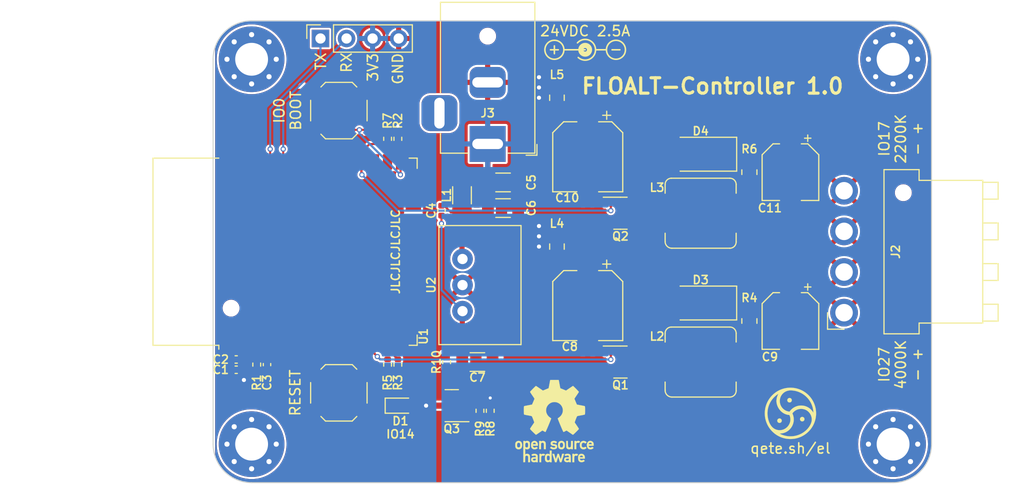
<source format=kicad_pcb>
(kicad_pcb (version 20221018) (generator pcbnew)
  (layers (0 "F.Cu" signal) (31 "B.Cu" signal) (34 "B.Paste" user) (35 "F.Paste" user) (36 "B.SilkS" user "B.Silkscreen") (37 "F.SilkS" user "F.Silkscreen") (38 "B.Mask" user) (39 "F.Mask" user) (44 "Edge.Cuts" user))
  (net 0 "")
  (net 1 "GND")
  (net 2 "+3V3")
  (net 3 "/EN")
  (net 4 "+24V")
  (net 5 "/CW-")
  (net 6 "/WW-")
  (net 7 "Net-(D1-A)")
  (net 8 "/Filter CW/Filter_Neg")
  (net 9 "/Filter WW/Filter_Neg")
  (net 10 "/TX")
  (net 11 "/RX")
  (net 12 "/PWM_CW")
  (net 13 "/PWM_WW")
  (net 14 "/Boot")
  (net 15 "/StatusLED")
  (net 41 "/24V_filt")
  (net 42 "/3v3_sup")
  (net 43 "/24V_sense")
  (net 44 "/CW+")
  (net 45 "/WW+")
  (net 47 "unconnected-(U1-IO25-Pad10)")
  (net 48 "unconnected-(U1-IO26-Pad11)")
  (footprint "Resistor_SMD:R_0402_1005Metric" (layer "F.Cu") (at 133 89 -90)
    (fp_text reference "R2" (at -1.75 0 -270) (layer "F.SilkS") (effects (font (size 0.8 0.8))))
    (fp_text value "10k")
    (pad "1" smd roundrect (at -0.51 0 270) (size 0.54 0.64) (layers "F.Cu" "F.Paste" "F.Mask") (net 2 "+3V3"))
    (pad "2" smd roundrect (at 0.51 0 270) (size 0.54 0.64) (layers "F.Cu" "F.Paste" "F.Mask") (net 14 "/Boot"))
  )
  (footprint "RF_Module:ESP32-WROOM-32" (layer "F.Cu") (at 125 100 90)
    (fp_text reference "U1" (at -8.25 10.5 90) (layer "F.SilkS") (effects (font (size 0.8 0.8))))
    (fp_text value "ESP32-WROOM-32")
    (pad "1" smd rect (at -8.75 -8.25 90) (size 1.5 0.9) (layers "F.Cu" "F.Paste" "F.Mask") (net 1 "GND"))
    (pad "2" smd rect (at -8.75 -6.98 90) (size 1.5 0.9) (layers "F.Cu" "F.Paste" "F.Mask") (net 2 "+3V3"))
    (pad "3" smd rect (at -8.75 -5.71 90) (size 1.5 0.9) (layers "F.Cu" "F.Paste" "F.Mask") (net 3 "/EN"))
    (pad "4" smd rect (at -8.75 -4.44 90) (size 1.5 0.9) (layers "F.Cu" "F.Paste" "F.Mask"))
    (pad "5" smd rect (at -8.75 -3.17 90) (size 1.5 0.9) (layers "F.Cu" "F.Paste" "F.Mask"))
    (pad "6" smd rect (at -8.75 -1.9 90) (size 1.5 0.9) (layers "F.Cu" "F.Paste" "F.Mask"))
    (pad "7" smd rect (at -8.75 -0.63 90) (size 1.5 0.9) (layers "F.Cu" "F.Paste" "F.Mask"))
    (pad "8" smd rect (at -8.75 0.64 90) (size 1.5 0.9) (layers "F.Cu" "F.Paste" "F.Mask"))
    (pad "9" smd rect (at -8.75 1.91 90) (size 1.5 0.9) (layers "F.Cu" "F.Paste" "F.Mask"))
    (pad "10" smd rect (at -8.75 3.18 90) (size 1.5 0.9) (layers "F.Cu" "F.Paste" "F.Mask") (net 47 "unconnected-(U1-IO25-Pad10)"))
    (pad "11" smd rect (at -8.75 4.45 90) (size 1.5 0.9) (layers "F.Cu" "F.Paste" "F.Mask") (net 48 "unconnected-(U1-IO26-Pad11)"))
    (pad "12" smd rect (at -8.75 5.72 90) (size 1.5 0.9) (layers "F.Cu" "F.Paste" "F.Mask") (net 12 "/PWM_CW"))
    (pad "13" smd rect (at -8.75 6.99 90) (size 1.5 0.9) (layers "F.Cu" "F.Paste" "F.Mask") (net 15 "/StatusLED"))
    (pad "14" smd rect (at -8.75 8.26 90) (size 1.5 0.9) (layers "F.Cu" "F.Paste" "F.Mask"))
    (pad "15" smd rect (at -5.71 9.51 180) (size 1.5 0.9) (layers "F.Cu" "F.Paste" "F.Mask") (net 1 "GND"))
    (pad "16" smd rect (at -4.44 9.51 180) (size 1.5 0.9) (layers "F.Cu" "F.Paste" "F.Mask"))
    (pad "17" smd rect (at -3.17 9.51 180) (size 1.5 0.9) (layers "F.Cu" "F.Paste" "F.Mask"))
    (pad "18" smd rect (at -1.9 9.51 180) (size 1.5 0.9) (layers "F.Cu" "F.Paste" "F.Mask"))
    (pad "19" smd rect (at -0.63 9.51 180) (size 1.5 0.9) (layers "F.Cu" "F.Paste" "F.Mask"))
    (pad "20" smd rect (at 0.64 9.51 180) (size 1.5 0.9) (layers "F.Cu" "F.Paste" "F.Mask"))
    (pad "21" smd rect (at 1.91 9.51 180) (size 1.5 0.9) (layers "F.Cu" "F.Paste" "F.Mask"))
    (pad "22" smd rect (at 3.18 9.51 180) (size 1.5 0.9) (layers "F.Cu" "F.Paste" "F.Mask"))
    (pad "23" smd rect (at 4.45 9.51 180) (size 1.5 0.9) (layers "F.Cu" "F.Paste" "F.Mask"))
    (pad "24" smd rect (at 5.72 9.51 180) (size 1.5 0.9) (layers "F.Cu" "F.Paste" "F.Mask"))
    (pad "25" smd rect (at 8.75 8.26 90) (size 1.5 0.9) (layers "F.Cu" "F.Paste" "F.Mask") (net 14 "/Boot"))
    (pad "26" smd rect (at 8.75 6.99 90) (size 1.5 0.9) (layers "F.Cu" "F.Paste" "F.Mask"))
    (pad "27" smd rect (at 8.75 5.72 90) (size 1.5 0.9) (layers "F.Cu" "F.Paste" "F.Mask"))
    (pad "28" smd rect (at 8.75 4.45 90) (size 1.5 0.9) (layers "F.Cu" "F.Paste" "F.Mask") (net 13 "/PWM_WW"))
    (pad "29" smd rect (at 8.75 3.18 90) (size 1.5 0.9) (layers "F.Cu" "F.Paste" "F.Mask"))
    (pad "30" smd rect (at 8.75 1.91 90) (size 1.5 0.9) (layers "F.Cu" "F.Paste" "F.Mask"))
    (pad "31" smd rect (at 8.75 0.64 90) (size 1.5 0.9) (layers "F.Cu" "F.Paste" "F.Mask"))
    (pad "32" smd rect (at 8.75 -0.63 90) (size 1.5 0.9) (layers "F.Cu" "F.Paste" "F.Mask"))
    (pad "33" smd rect (at 8.75 -1.9 90) (size 1.5 0.9) (layers "F.Cu" "F.Paste" "F.Mask"))
    (pad "34" smd rect (at 8.75 -3.17 90) (size 1.5 0.9) (layers "F.Cu" "F.Paste" "F.Mask") (net 11 "/RX"))
    (pad "35" smd rect (at 8.75 -4.44 90) (size 1.5 0.9) (layers "F.Cu" "F.Paste" "F.Mask") (net 10 "/TX"))
    (pad "36" smd rect (at 8.75 -5.71 90) (size 1.5 0.9) (layers "F.Cu" "F.Paste" "F.Mask"))
    (pad "37" smd rect (at 8.75 -6.98 90) (size 1.5 0.9) (layers "F.Cu" "F.Paste" "F.Mask"))
    (pad "38" smd rect (at 8.75 -8.25 90) (size 1.5 0.9) (layers "F.Cu" "F.Paste" "F.Mask") (net 1 "GND"))
    (pad "39" smd rect (at -0.68 -0.91 90) (size 4.2 4.2) (layers "F.Cu" "F.Mask") (net 1 "GND"))
    (zone (net 0) (net_name "") (layers "F.Cu" "In1.Cu" "B.Cu") (connect_pads (clearance 0)) (min_thickness 0.254)
      (keepout (tracks not_allowed) (vias not_allowed) (pads not_allowed) (copperpour not_allowed) (footprints not_allowed))
      (fill (thermal_gap 0.508) (thermal_bridge_width 0.508))
      (polygon (pts (xy 115.2 124) (xy 115.2 76) (xy 94.26 76) (xy 94.26 124)))
    )
  )
  (footprint "Diode_SMD:D_SMA" (layer "F.Cu") (at 162.5 105 180)
    (fp_text reference "D3" (at 0 2.25) (layer "F.SilkS") (effects (font (size 0.8 0.8))))
    (fp_text value "SS54")
    (pad "1" smd roundrect (at -2 0 180) (size 2.5 1.8) (layers "F.Cu" "F.Paste" "F.Mask") (roundrect_rratio 0.1388888889) (net 44 "/CW+"))
    (pad "2" smd roundrect (at 2 0 180) (size 2.5 1.8) (layers "F.Cu" "F.Paste" "F.Mask") (roundrect_rratio 0.1388888889) (net 8 "/Filter CW/Filter_Neg"))
  )
  (footprint "Resistor_SMD:R_0402_1005Metric" (layer "F.Cu") (at 132 89 90)
    (fp_text reference "R7" (at 1.75 0 90) (layer "F.SilkS") (effects (font (size 0.8 0.8))))
    (fp_text value "100k")
    (pad "1" smd roundrect (at -0.51 0 90) (size 0.54 0.64) (layers "F.Cu" "F.Paste" "F.Mask") (net 13 "/PWM_WW"))
    (pad "2" smd roundrect (at 0.51 0 90) (size 0.54 0.64) (layers "F.Cu" "F.Paste" "F.Mask") (net 1 "GND"))
  )
  (footprint "MountingHole:MountingHole_3.2mm_M3_Pad_Via" (layer "F.Cu") (at 181.25 81.25)
    (fp_text reference "REF**" hide)
    (fp_text value "MountingHole_3.2mm_M3_Pad_Via")
    (pad "1" thru_hole circle (at -2.4 0) (size 0.8 0.8) (drill 0.5) (layers "*.Cu" "*.Mask"))
    (pad "1" thru_hole circle (at -1.697056 -1.697056) (size 0.8 0.8) (drill 0.5) (layers "*.Cu" "*.Mask"))
    (pad "1" thru_hole circle (at -1.697056 1.697056) (size 0.8 0.8) (drill 0.5) (layers "*.Cu" "*.Mask"))
    (pad "1" thru_hole circle (at 0 -2.4) (size 0.8 0.8) (drill 0.5) (layers "*.Cu" "*.Mask"))
    (pad "1" thru_hole circle (at 0 0) (size 6.4 6.4) (drill 3.2) (layers "*.Cu" "*.Mask"))
    (pad "1" thru_hole circle (at 0 2.4) (size 0.8 0.8) (drill 0.5) (layers "*.Cu" "*.Mask"))
    (pad "1" thru_hole circle (at 1.697056 -1.697056) (size 0.8 0.8) (drill 0.5) (layers "*.Cu" "*.Mask"))
    (pad "1" thru_hole circle (at 1.697056 1.697056) (size 0.8 0.8) (drill 0.5) (layers "*.Cu" "*.Mask"))
    (pad "1" thru_hole circle (at 2.4 0) (size 0.8 0.8) (drill 0.5) (layers "*.Cu" "*.Mask"))
  )
  (footprint "Capacitor_SMD:C_0402_1005Metric" (layer "F.Cu") (at 117.25 110.5)
    (fp_text reference "C2" (at -1.5 0) (layer "F.SilkS") (effects (font (size 0.8 0.8))))
    (fp_text value "100n")
    (pad "1" smd roundrect (at -0.48 0) (size 0.56 0.62) (layers "F.Cu" "F.Paste" "F.Mask") (net 1 "GND"))
    (pad "2" smd roundrect (at 0.48 0) (size 0.56 0.62) (layers "F.Cu" "F.Paste" "F.Mask") (net 2 "+3V3"))
  )
  (footprint "Capacitor_SMD:C_0402_1005Metric" (layer "F.Cu") (at 137.25 96 -90)
    (fp_text reference "C4" (at 0 1 -90) (layer "F.SilkS") (effects (font (size 0.8 0.8))))
    (fp_text value "1nF")
    (pad "1" smd roundrect (at -0.48 0 270) (size 0.56 0.62) (layers "F.Cu" "F.Paste" "F.Mask") (net 41 "/24V_filt"))
    (pad "2" smd roundrect (at 0.48 0 270) (size 0.56 0.62) (layers "F.Cu" "F.Paste" "F.Mask") (net 42 "/3v3_sup"))
  )
  (footprint "Connector_BarrelJack:BarrelJack_Horizontal" (layer "F.Cu") (at 141.75 89.5 -90)
    (fp_text reference "J3" (at -3 0 -180) (layer "F.SilkS") (effects (font (size 0.8 0.8))))
    (fp_text value "Barrel_Jack")
    (pad "1" thru_hole rect (at 0 0 270) (size 3.5 3.5) (drill oval 1 3) (layers "*.Cu" "*.Mask") (net 4 "+24V"))
    (pad "2" thru_hole roundrect (at -6 0 270) (size 3 3.5) (drill oval 1 3) (layers "*.Cu" "*.Mask") (net 1 "GND"))
    (pad "3" thru_hole roundrect (at -3 4.7 270) (size 3.5 3.5) (drill oval 3 1) (layers "*.Cu" "*.Mask"))
  )
  (footprint "Capacitor_SMD:C_1206_3216Metric" (layer "F.Cu") (at 143.25 93.25)
    (fp_text reference "C5" (at 2.75 0 90) (layer "F.SilkS") (effects (font (size 0.8 0.8))))
    (fp_text value "10u")
    (pad "1" smd roundrect (at -1.475 0) (size 1.15 1.8) (layers "F.Cu" "F.Paste" "F.Mask") (roundrect_rratio 0.2173913043) (net 4 "+24V"))
    (pad "2" smd roundrect (at 1.475 0) (size 1.15 1.8) (layers "F.Cu" "F.Paste" "F.Mask") (roundrect_rratio 0.2173913043) (net 1 "GND"))
  )
  (footprint "My_Footprints:JLCPCB_Tooling_Hole" (layer "F.Cu") (at 141.75 79)
    (fp_text reference "REF**" hide)
    (fp_text value "JLCPCB_Tooling_Hole")
    (pad "" np_thru_hole circle (at 0 0) (size 1.152 1.152) (drill 1.152) (layers "F&B.Cu" "*.Mask") (clearance 0.248))
  )
  (footprint "Diode_SMD:D_SMA" (layer "F.Cu") (at 162.5 90.5 180)
    (fp_text reference "D4" (at 0 2.25) (layer "F.SilkS") (effects (font (size 0.8 0.8))))
    (fp_text value "SS54")
    (pad "1" smd roundrect (at -2 0 180) (size 2.5 1.8) (layers "F.Cu" "F.Paste" "F.Mask") (roundrect_rratio 0.1388888889) (net 45 "/WW+"))
    (pad "2" smd roundrect (at 2 0 180) (size 2.5 1.8) (layers "F.Cu" "F.Paste" "F.Mask") (roundrect_rratio 0.1388888889) (net 9 "/Filter WW/Filter_Neg"))
  )
  (footprint "My_Footprints:LME78_1.0-Series" (layer "F.Cu") (at 139.3 103.25 -90)
    (fp_text reference "U2" (at 0 3.05 90 unlocked) (layer "F.SilkS") (effects (font (size 0.8 0.8))))
    (fp_text value "R-78K3.3-0.5")
    (pad "1" thru_hole circle (at -2.54 0 270) (size 2 2) (drill 1) (layers "*.Cu" "*.Mask") (net 41 "/24V_filt"))
    (pad "2" thru_hole circle (at 0 0 270) (size 2 2) (drill 1) (layers "*.Cu" "*.Mask") (net 1 "GND"))
    (pad "3" thru_hole circle (at 2.54 0 270) (size 2 2) (drill 1) (layers "*.Cu" "*.Mask") (net 42 "/3v3_sup"))
  )
  (footprint "Package_TO_SOT_SMD:SOT-23" (layer "F.Cu") (at 154.6875 110.75)
    (fp_text reference "Q1" (at 0 2.25) (layer "F.SilkS") (effects (font (size 0.8 0.8))))
    (fp_text value "AO3400A")
    (pad "1" smd roundrect (at -0.9375 -0.95) (size 1.475 0.6) (layers "F.Cu" "F.Paste" "F.Mask") (net 12 "/PWM_CW"))
    (pad "2" smd roundrect (at -0.9375 0.95) (size 1.475 0.6) (layers "F.Cu" "F.Paste" "F.Mask") (net 1 "GND"))
    (pad "3" smd roundrect (at 0.9375 0) (size 1.475 0.6) (layers "F.Cu" "F.Paste" "F.Mask") (net 8 "/Filter CW/Filter_Neg"))
  )
  (footprint "Symbol:OSHW-Logo_7.5x8mm_SilkScreen" (layer "F.Cu") (at 148.25 116.5)
    (fp_text reference "REF**" hide)
    (fp_text value "OSHW-Logo_7.5x8mm_SilkScreen" hide)
  )
  (footprint "MountingHole:MountingHole_3.2mm_M3_Pad_Via" (layer "F.Cu") (at 118.75 118.75)
    (fp_text reference "REF**" hide)
    (fp_text value "MountingHole_3.2mm_M3_Pad_Via")
    (pad "1" thru_hole circle (at -2.4 0) (size 0.8 0.8) (drill 0.5) (layers "*.Cu" "*.Mask"))
    (pad "1" thru_hole circle (at -1.697056 -1.697056) (size 0.8 0.8) (drill 0.5) (layers "*.Cu" "*.Mask"))
    (pad "1" thru_hole circle (at -1.697056 1.697056) (size 0.8 0.8) (drill 0.5) (layers "*.Cu" "*.Mask"))
    (pad "1" thru_hole circle (at 0 -2.4) (size 0.8 0.8) (drill 0.5) (layers "*.Cu" "*.Mask"))
    (pad "1" thru_hole circle (at 0 0) (size 6.4 6.4) (drill 3.2) (layers "*.Cu" "*.Mask"))
    (pad "1" thru_hole circle (at 0 2.4) (size 0.8 0.8) (drill 0.5) (layers "*.Cu" "*.Mask"))
    (pad "1" thru_hole circle (at 1.697056 -1.697056) (size 0.8 0.8) (drill 0.5) (layers "*.Cu" "*.Mask"))
    (pad "1" thru_hole circle (at 1.697056 1.697056) (size 0.8 0.8) (drill 0.5) (layers "*.Cu" "*.Mask"))
    (pad "1" thru_hole circle (at 2.4 0) (size 0.8 0.8) (drill 0.5) (layers "*.Cu" "*.Mask"))
  )
  (footprint "Capacitor_SMD:C_1206_3216Metric" (layer "F.Cu") (at 143.25 95.75)
    (fp_text reference "C6" (at 2.75 0 90) (layer "F.SilkS") (effects (font (size 0.8 0.8))))
    (fp_text value "10u")
    (pad "1" smd roundrect (at -1.475 0) (size 1.15 1.8) (layers "F.Cu" "F.Paste" "F.Mask") (roundrect_rratio 0.2173913043) (net 41 "/24V_filt"))
    (pad "2" smd roundrect (at 1.475 0) (size 1.15 1.8) (layers "F.Cu" "F.Paste" "F.Mask") (roundrect_rratio 0.2173913043) (net 1 "GND"))
  )
  (footprint "Button_Switch_SMD:SW_Push_1P1T_XKB_TS-1187A" (layer "F.Cu") (at 127.25 86.25 180)
    (fp_text reference "SW2" hide)
    (fp_text value "Boot")
    (pad "1" smd rect (at -3 -1.875 180) (size 1 0.75) (layers "F.Cu" "F.Paste" "F.Mask") (net 14 "/Boot"))
    (pad "1" smd rect (at 3 -1.875 180) (size 1 0.75) (layers "F.Cu" "F.Paste" "F.Mask") (net 14 "/Boot"))
    (pad "2" smd rect (at -3 1.875 180) (size 1 0.75) (layers "F.Cu" "F.Paste" "F.Mask") (net 1 "GND"))
    (pad "2" smd rect (at 3 1.875 180) (size 1 0.75) (layers "F.Cu" "F.Paste" "F.Mask") (net 1 "GND"))
  )
  (footprint "MountingHole:MountingHole_3.2mm_M3_Pad_Via" (layer "F.Cu") (at 118.75 81.25)
    (fp_text reference "REF**" hide)
    (fp_text value "MountingHole_3.2mm_M3_Pad_Via")
    (pad "1" thru_hole circle (at -2.4 0) (size 0.8 0.8) (drill 0.5) (layers "*.Cu" "*.Mask"))
    (pad "1" thru_hole circle (at -1.697056 -1.697056) (size 0.8 0.8) (drill 0.5) (layers "*.Cu" "*.Mask"))
    (pad "1" thru_hole circle (at -1.697056 1.697056) (size 0.8 0.8) (drill 0.5) (layers "*.Cu" "*.Mask"))
    (pad "1" thru_hole circle (at 0 -2.4) (size 0.8 0.8) (drill 0.5) (layers "*.Cu" "*.Mask"))
    (pad "1" thru_hole circle (at 0 0) (size 6.4 6.4) (drill 3.2) (layers "*.Cu" "*.Mask"))
    (pad "1" thru_hole circle (at 0 2.4) (size 0.8 0.8) (drill 0.5) (layers "*.Cu" "*.Mask"))
    (pad "1" thru_hole circle (at 1.697056 -1.697056) (size 0.8 0.8) (drill 0.5) (layers "*.Cu" "*.Mask"))
    (pad "1" thru_hole circle (at 1.697056 1.697056) (size 0.8 0.8) (drill 0.5) (layers "*.Cu" "*.Mask"))
    (pad "1" thru_hole circle (at 2.4 0) (size 0.8 0.8) (drill 0.5) (layers "*.Cu" "*.Mask"))
  )
  (footprint "Capacitor_SMD:CP_Elec_5x5.8" (layer "F.Cu") (at 171.25 92.25 -90)
    (fp_text reference "C11" (at 3.5 2 -180) (layer "F.SilkS") (effects (font (size 0.8 0.8))))
    (fp_text value "10uF")
    (pad "1" smd roundrect (at -2.2 0 270) (size 3 1.6) (layers "F.Cu" "F.Paste" "F.Mask") (roundrect_rratio 0.15625) (net 45 "/WW+"))
    (pad "2" smd roundrect (at 2.2 0 270) (size 3 1.6) (layers "F.Cu" "F.Paste" "F.Mask") (roundrect_rratio 0.15625) (net 6 "/WW-"))
  )
  (footprint "Connector_PinSocket_2.54mm:PinSocket_1x04_P2.54mm_Vertical" (layer "F.Cu") (at 125.46 79.225 90)
    (fp_text reference "J1" hide)
    (fp_text value "Serial")
    (pad "1" thru_hole rect (at 0 0 90) (size 1.7 1.7) (drill 1) (layers "*.Cu" "*.Mask") (net 10 "/TX"))
    (pad "2" thru_hole oval (at 0 2.54 90) (size 1.7 1.7) (drill 1) (layers "*.Cu" "*.Mask") (net 11 "/RX"))
    (pad "3" thru_hole oval (at 0 5.08 90) (size 1.7 1.7) (drill 1) (layers "*.Cu" "*.Mask") (net 2 "+3V3"))
    (pad "4" thru_hole oval (at 0 7.62 90) (size 1.7 1.7) (drill 1) (layers "*.Cu" "*.Mask") (net 1 "GND"))
  )
  (footprint "Symbol:Symbol_Barrel_Polarity" (layer "F.Cu") (at 151.25 80.4 180)
    (fp_text reference "REF**" hide)
    (fp_text value "Symbol_Barrel_Polarity")
  )
  (footprint "Inductor_SMD:L_Bourns_SRP7028A_7.3x6.6mm" (layer "F.Cu") (at 162.5 96.25)
    (fp_text reference "L3" (at -4.25 -2.5) (layer "F.SilkS") (effects (font (size 0.8 0.8))))
    (fp_text value "SRP7028CC-4R7M")
    (pad "1" smd rect (at -2.725 0) (size 2.95 3.5) (layers "F.Cu" "F.Paste" "F.Mask") (net 9 "/Filter WW/Filter_Neg"))
    (pad "2" smd rect (at 2.725 0) (size 2.95 3.5) (layers "F.Cu" "F.Paste" "F.Mask") (net 6 "/WW-"))
  )
  (footprint "Package_TO_SOT_SMD:SOT-23" (layer "F.Cu") (at 138.25 115 180)
    (fp_text reference "Q3" (at 0 -2.25) (layer "F.SilkS") (effects (font (size 0.8 0.8))))
    (fp_text value "AO3400A")
    (pad "1" smd roundrect (at -0.9375 -0.95 180) (size 1.475 0.6) (layers "F.Cu" "F.Paste" "F.Mask") (net 43 "/24V_sense"))
    (pad "2" smd roundrect (at -0.9375 0.95 180) (size 1.475 0.6) (layers "F.Cu" "F.Paste" "F.Mask") (net 42 "/3v3_sup"))
    (pad "3" smd roundrect (at 0.9375 0 180) (size 1.475 0.6) (layers "F.Cu" "F.Paste" "F.Mask") (net 2 "+3V3"))
  )
  (footprint "Connector_JST:JST_VH_B4PS-VH_1x04_P3.96mm_Horizontal" (layer "F.Cu") (at 176.475 105.94 90)
    (fp_text reference "J2" (at 5.94 5.025 90) (layer "F.SilkS") (effects (font (size 0.8 0.8))))
    (fp_text value "Panel")
    (pad "1" thru_hole circle (at 0 0 90) (size 2.7 2.7) (drill 1.7) (layers "*.Cu" "*.Mask") (net 5 "/CW-"))
    (pad "2" thru_hole circle (at 3.96 0 90) (size 2.7 2.7) (drill 1.7) (layers "*.Cu" "*.Mask") (net 44 "/CW+"))
    (pad "3" thru_hole circle (at 7.92 0 90) (size 2.7 2.7) (drill 1.7) (layers "*.Cu" "*.Mask") (net 6 "/WW-"))
    (pad "4" thru_hole circle (at 11.88 0 90) (size 2.7 2.7) (drill 1.7) (layers "*.Cu" "*.Mask") (net 45 "/WW+"))
  )
  (footprint "Resistor_SMD:R_0805_2012Metric" (layer "F.Cu") (at 167.25 106.75 -90)
    (fp_text reference "R4" (at -2.25 0 -180) (layer "F.SilkS") (effects (font (size 0.8 0.8))))
    (fp_text value "47k")
    (pad "1" smd roundrect (at -0.9125 0 270) (size 1.025 1.4) (layers "F.Cu" "F.Paste" "F.Mask") (roundrect_rratio 0.243902439) (net 44 "/CW+"))
    (pad "2" smd roundrect (at 0.9125 0 270) (size 1.025 1.4) (layers "F.Cu" "F.Paste" "F.Mask") (roundrect_rratio 0.243902439) (net 5 "/CW-"))
  )
  (footprint "Resistor_SMD:R_0402_1005Metric" (layer "F.Cu") (at 141 115.5 90)
    (fp_text reference "R9" (at -1.75 0 90) (layer "F.SilkS") (effects (font (size 0.8 0.8))))
    (fp_text value "100k")
    (pad "1" smd roundrect (at -0.51 0 90) (size 0.54 0.64) (layers "F.Cu" "F.Paste" "F.Mask") (net 43 "/24V_sense"))
    (pad "2" smd roundrect (at 0.51 0 90) (size 0.54 0.64) (layers "F.Cu" "F.Paste" "F.Mask") (net 1 "GND"))
  )
  (footprint "Capacitor_SMD:CP_Elec_5x5.8" (layer "F.Cu") (at 171.25 106.75 -90)
    (fp_text reference "C9" (at 3.5 2 -180) (layer "F.SilkS") (effects (font (size 0.8 0.8))))
    (fp_text value "10uF")
    (pad "1" smd roundrect (at -2.2 0 270) (size 3 1.6) (layers "F.Cu" "F.Paste" "F.Mask") (roundrect_rratio 0.15625) (net 44 "/CW+"))
    (pad "2" smd roundrect (at 2.2 0 270) (size 3 1.6) (layers "F.Cu" "F.Paste" "F.Mask") (roundrect_rratio 0.15625) (net 5 "/CW-"))
  )
  (footprint "LED_SMD:LED_0603_1608Metric" (layer "F.Cu") (at 133.25 115)
    (fp_text reference "D1" (at 0 1.5) (layer "F.SilkS") (effects (font (size 0.8 0.8))))
    (fp_text value "Status")
    (pad "1" smd roundrect (at -0.7875 0) (size 0.875 0.95) (layers "F.Cu" "F.Paste" "F.Mask") (net 1 "GND"))
    (pad "2" smd roundrect (at 0.7875 0) (size 0.875 0.95) (layers "F.Cu" "F.Paste" "F.Mask") (net 7 "Net-(D1-A)"))
  )
  (footprint "Inductor_SMD:L_Bourns_SRP7028A_7.3x6.6mm" (layer "F.Cu") (at 162.5 110.75)
    (fp_text reference "L2" (at -4.25 -2.5) (layer "F.SilkS") (effects (font (size 0.8 0.8))))
    (fp_text value "SRP7028CC-4R7M")
    (pad "1" smd rect (at -2.725 0) (size 2.95 3.5) (layers "F.Cu" "F.Paste" "F.Mask") (net 8 "/Filter CW/Filter_Neg"))
    (pad "2" smd rect (at 2.725 0) (size 2.95 3.5) (layers "F.Cu" "F.Paste" "F.Mask") (net 5 "/CW-"))
  )
  (footprint "MountingHole:MountingHole_3.2mm_M3_Pad_Via" (layer "F.Cu") (at 181.25 118.75)
    (fp_text reference "REF**" hide)
    (fp_text value "MountingHole_3.2mm_M3_Pad_Via")
    (pad "1" thru_hole circle (at -2.4 0) (size 0.8 0.8) (drill 0.5) (layers "*.Cu" "*.Mask"))
    (pad "1" thru_hole circle (at -1.697056 -1.697056) (size 0.8 0.8) (drill 0.5) (layers "*.Cu" "*.Mask"))
    (pad "1" thru_hole circle (at -1.697056 1.697056) (size 0.8 0.8) (drill 0.5) (layers "*.Cu" "*.Mask"))
    (pad "1" thru_hole circle (at 0 -2.4) (size 0.8 0.8) (drill 0.5) (layers "*.Cu" "*.Mask"))
    (pad "1" thru_hole circle (at 0 0) (size 6.4 6.4) (drill 3.2) (layers "*.Cu" "*.Mask"))
    (pad "1" thru_hole circle (at 0 2.4) (size 0.8 0.8) (drill 0.5) (layers "*.Cu" "*.Mask"))
    (pad "1" thru_hole circle (at 1.697056 -1.697056) (size 0.8 0.8) (drill 0.5) (layers "*.Cu" "*.Mask"))
    (pad "1" thru_hole circle (at 1.697056 1.697056) (size 0.8 0.8) (drill 0.5) (layers "*.Cu" "*.Mask"))
    (pad "1" thru_hole circle (at 2.4 0) (size 0.8 0.8) (drill 0.5) (layers "*.Cu" "*.Mask"))
  )
  (footprint "My_Footprints:JLCPCB_Tooling_Hole" (layer "F.Cu") (at 182.25 94.25)
    (fp_text reference "REF**" hide)
    (fp_text value "JLCPCB_Tooling_Hole")
    (pad "" np_thru_hole circle (at 0 0) (size 1.152 1.152) (drill 1.152) (layers "F&B.Cu" "*.Mask") (clearance 0.248))
  )
  (footprint "My_Footprints:JLCPCB_Tooling_Hole" (layer "F.Cu") (at 116.75 105.5)
    (fp_text reference "REF**" hide)
    (fp_text value "JLCPCB_Tooling_Hole")
    (pad "" np_thru_hole circle (at 0 0) (size 1.152 1.152) (drill 1.152) (layers "F&B.Cu" "*.Mask") (clearance 0.248))
  )
  (footprint "Inductor_SMD:L_0805_2012Metric_Pad1.15x1.40mm_HandSolder" (layer "F.Cu") (at 148.5 99.5 -90)
    (fp_text reference "L4" (at -2.25 0 -180) (layer "F.SilkS") (effects (font (size 0.8 0.8))))
    (fp_text value "ADCC00201612R24MC1")
    (pad "1" smd roundrect (at -1.025 0 270) (size 1.15 1.4) (layers "F.Cu" "F.Paste" "F.Mask") (roundrect_rratio 0.2173913043) (net 4 "+24V"))
    (pad "2" smd roundrect (at 1.025 0 270) (size 1.15 1.4) (layers "F.Cu" "F.Paste" "F.Mask") (roundrect_rratio 0.2173913043) (net 44 "/CW+"))
  )
  (footprint "Resistor_SMD:R_0402_1005Metric" (layer "F.Cu") (at 137.75 110.75 90)
    (fp_text reference "R10" (at 0 -1 90) (layer "F.SilkS") (effects (font (size 0.8 0.8))))
    (fp_text value "10k")
    (pad "1" smd roundrect (at -0.51 0 90) (size 0.54 0.64) (layers "F.Cu" "F.Paste" "F.Mask") (net 42 "/3v3_sup"))
    (pad "2" smd roundrect (at 0.51 0 90) (size 0.54 0.64) (layers "F.Cu" "F.Paste" "F.Mask") (net 1 "GND"))
  )
  (footprint "Capacitor_SMD:CP_Elec_6.3x5.8" (layer "F.Cu") (at 151.5 105.25 -90)
    (fp_text reference "C8" (at 4 1.75 -180) (layer "F.SilkS") (effects (font (size 0.8 0.8))))
    (fp_text value "47u")
    (pad "1" smd roundrect (at -2.7 0 270) (size 3.5 1.6) (layers "F.Cu" "F.Paste" "F.Mask") (roundrect_rratio 0.15625) (net 44 "/CW+"))
    (pad "2" smd roundrect (at 2.7 0 270) (size 3.5 1.6) (layers "F.Cu" "F.Paste" "F.Mask") (roundrect_rratio 0.15625) (net 1 "GND"))
  )
  (footprint "Resistor_SMD:R_0805_2012Metric" (layer "F.Cu") (at 167.25 92.25 -90)
    (fp_text reference "R6" (at -2.25 0 -180) (layer "F.SilkS") (effects (font (size 0.8 0.8))))
    (fp_text value "47k")
    (pad "1" smd roundrect (at -0.9125 0 270) (size 1.025 1.4) (layers "F.Cu" "F.Paste" "F.Mask") (roundrect_rratio 0.243902439) (net 45 "/WW+"))
    (pad "2" smd roundrect (at 0.9125 0 270) (size 1.025 1.4) (layers "F.Cu" "F.Paste" "F.Mask") (roundrect_rratio 0.243902439) (net 6 "/WW-"))
  )
  (footprint "Capacitor_SMD:C_0402_1005Metric" (layer "F.Cu") (at 117.25 111.5)
    (fp_text reference "C1" (at -1.5 0) (layer "F.SilkS") (effects (font (size 0.8 0.8))))
    (fp_text value "10u")
    (pad "1" smd roundrect (at -0.48 0) (size 0.56 0.62) (layers "F.Cu" "F.Paste" "F.Mask") (net 1 "GND"))
    (pad "2" smd roundrect (at 0.48 0) (size 0.56 0.62) (layers "F.Cu" "F.Paste" "F.Mask") (net 2 "+3V3"))
  )
  (footprint "Resistor_SMD:R_0402_1005Metric" (layer "F.Cu") (at 132 111 -90)
    (fp_text reference "R5" (at 1.75 0 90) (layer "F.SilkS") (effects (font (size 0.8 0.8))))
    (fp_text value "100k")
    (pad "1" smd roundrect (at -0.51 0 270) (size 0.54 0.64) (layers "F.Cu" "F.Paste" "F.Mask") (net 12 "/PWM_CW"))
    (pad "2" smd roundrect (at 0.51 0 270) (size 0.54 0.64) (layers "F.Cu" "F.Paste" "F.Mask") (net 1 "GND"))
  )
  (footprint "Resistor_SMD:R_0402_1005Metric" (layer "F.Cu") (at 133 111 -90)
    (fp_text reference "R3" (at 1.75 0 -90) (layer "F.SilkS") (effects (font (size 0.8 0.8))))
    (fp_text value "680R")
    (pad "1" smd roundrect (at -0.51 0 270) (size 0.54 0.64) (layers "F.Cu" "F.Paste" "F.Mask") (net 15 "/StatusLED"))
    (pad "2" smd roundrect (at 0.51 0 270) (size 0.54 0.64) (layers "F.Cu" "F.Paste" "F.Mask") (net 7 "Net-(D1-A)"))
  )
  (footprint "Inductor_SMD:L_1206_3216Metric_Pad1.22x1.90mm_HandSolder" (layer "F.Cu") (at 139.25 94.5 -90)
    (fp_text reference "L1" (at 0 1.5 -90) (layer "F.SilkS") (effects (font (size 0.8 0.8))))
    (fp_text value "LB3218T101K")
    (pad "1" smd roundrect (at -1.6625 0 270) (size 1.225 1.9) (layers "F.Cu" "F.Paste" "F.Mask") (roundrect_rratio 0.2040816327) (net 4 "+24V"))
    (pad "2" smd roundrect (at 1.6625 0 270) (size 1.225 1.9) (layers "F.Cu" "F.Paste" "F.Mask") (roundrect_rratio 0.2040816327) (net 41 "/24V_filt"))
  )
  (footprint "Resistor_SMD:R_0402_1005Metric" (layer "F.Cu") (at 119.25 111 90)
    (fp_text reference "R1" (at -1.75 0 90) (layer "F.SilkS") (effects (font (size 0.8 0.8))))
    (fp_text value "10k")
    (pad "1" smd roundrect (at -0.51 0 90) (size 0.54 0.64) (layers "F.Cu" "F.Paste" "F.Mask") (net 2 "+3V3"))
    (pad "2" smd roundrect (at 0.51 0 90) (size 0.54 0.64) (layers "F.Cu" "F.Paste" "F.Mask") (net 3 "/EN"))
  )
  (footprint "Capacitor_SMD:C_0402_1005Metric" (layer "F.Cu") (at 120.25 111 -90)
    (fp_text reference "C3" (at 1.75 0 90) (layer "F.SilkS") (effects (font (size 0.8 0.8))))
    (fp_text value "100n")
    (pad "1" smd roundrect (at -0.48 0 270) (size 0.56 0.62) (layers "F.Cu" "F.Paste" "F.Mask") (net 3 "/EN"))
    (pad "2" smd roundrect (at 0.48 0 270) (size 0.56 0.62) (layers "F.Cu" "F.Paste" "F.Mask") (net 1 "GND"))
  )
  (footprint "Button_Switch_SMD:SW_Push_1P1T_XKB_TS-1187A" (layer "F.Cu") (at 127.25 113.75 180)
    (fp_text reference "SW1" hide)
    (fp_text value "Reset")
    (pad "1" smd rect (at -3 -1.875 180) (size 1 0.75) (layers "F.Cu" "F.Paste" "F.Mask") (net 1 "GND"))
    (pad "1" smd rect (at 3 -1.875 180) (size 1 0.75) (layers "F.Cu" "F.Paste" "F.Mask") (net 1 "GND"))
    (pad "2" smd rect (at -3 1.875 180) (size 1 0.75) (layers "F.Cu" "F.Paste" "F.Mask") (net 3 "/EN"))
    (pad "2" smd rect (at 3 1.875 180) (size 1 0.75) (layers "F.Cu" "F.Paste" "F.Mask") (net 3 "/EN"))
  )
  (footprint "Resistor_SMD:R_0402_1005Metric" (layer "F.Cu") (at 142 115.5 -90)
    (fp_text reference "R8" (at 1.75 0 90) (layer "F.SilkS") (effects (font (size 0.8 0.8))))
    (fp_text value "150k")
    (pad "1" smd roundrect (at -0.51 0 270) (size 0.54 0.64) (layers "F.Cu" "F.Paste" "F.Mask") (net 4 "+24V"))
    (pad "2" smd roundrect (at 0.51 0 270) (size 0.54 0.64) (layers "F.Cu" "F.Paste" "F.Mask") (net 43 "/24V_sense"))
  )
  (footprint "Inductor_SMD:L_0805_2012Metric_Pad1.15x1.40mm_HandSolder" (layer "F.Cu") (at 148.5 85 -90)
    (fp_text reference "L5" (at -2.25 0 -180) (layer "F.SilkS") (effects (font (size 0.8 0.8))))
    (fp_text value "ADCC00201612R24MC1")
    (pad "1" smd roundrect (at -1.025 0 270) (size 1.15 1.4) (layers "F.Cu" "F.Paste" "F.Mask") (roundrect_rratio 0.2173913043) (net 4 "+24V"))
    (pad "2" smd roundrect (at 1.025 0 270) (size 1.15 1.4) (layers "F.Cu" "F.Paste" "F.Mask") (roundrect_rratio 0.2173913043) (net 45 "/WW+"))
  )
  (footprint "Capacitor_SMD:CP_Elec_6.3x5.8" (layer "F.Cu") (at 151.5 90.75 -90)
    (fp_text reference "C10" (at 4 2 -180) (layer "F.SilkS") (effects (font (size 0.8 0.8))))
    (fp_text value "47u")
    (pad "1" smd roundrect (at -2.7 0 270) (size 3.5 1.6) (layers "F.Cu" "F.Paste" "F.Mask") (roundrect_rratio 0.15625) (net 45 "/WW+"))
    (pad "2" smd roundrect (at 2.7 0 270) (size 3.5 1.6) (layers "F.Cu" "F.Paste" "F.Mask") (roundrect_rratio 0.15625) (net 1 "GND"))
  )
  (footprint "Capacitor_SMD:C_1206_3216Metric" (layer "F.Cu") (at 140.75 110.75)
    (fp_text reference "C7" (at 0 1.5) (layer "F.SilkS") (effects (font (size 0.8 0.8))))
    (fp_text value "22u")
    (pad "1" smd roundrect (at -1.475 0) (size 1.15 1.8) (layers "F.Cu" "F.Paste" "F.Mask") (roundrect_rratio 0.2173913043) (net 42 "/3v3_sup"))
    (pad "2" smd roundrect (at 1.475 0) (size 1.15 1.8) (layers "F.Cu" "F.Paste" "F.Mask") (roundrect_rratio 0.2173913043) (net 1 "GND"))
  )
  (footprint "Package_TO_SOT_SMD:SOT-23" (layer "F.Cu") (at 154.6875 96.25)
    (fp_text reference "Q2" (at 0 2.25) (layer "F.SilkS") (effects (font (size 0.8 0.8))))
    (fp_text value "AO3400A")
    (pad "1" smd roundrect (at -0.9375 -0.95) (size 1.475 0.6) (layers "F.Cu" "F.Paste" "F.Mask") (net 13 "/PWM_WW"))
    (pad "2" smd roundrect (at -0.9375 0.95) (size 1.475 0.6) (layers "F.Cu" "F.Paste" "F.Mask") (net 1 "GND"))
    (pad "3" smd roundrect (at 0.9375 0) (size 1.475 0.6) (layers "F.Cu" "F.Paste" "F.Mask") (net 9 "/Filter WW/Filter_Neg"))
  )
  (footprint "My_Footprints:CutieMark5mmInverted" (layer "F.Cu") (at 171.25 115.75)
    (fp_text reference "G***" hide)
    (fp_text value "LOGO" hide)
  )
  (gr_line (start 118.75 122.5) (end 181.25 122.5) (stroke (width 0.1)) (layer "Edge.Cuts"))
  (gr_line (start 185 118.75) (end 185 81.25) (stroke (width 0.1)) (layer "Edge.Cuts"))
  (gr_line (start 181.25 77.5) (end 118.75 77.5) (stroke (width 0.1)) (layer "Edge.Cuts"))
  (gr_line (start 115 81.25) (end 115 118.75) (stroke (width 0.1)) (layer "Edge.Cuts"))
  (gr_arc (start 115 81.25) (mid 116.09835 78.59835) (end 118.75 77.5) (stroke (width 0.1)) (layer "Edge.Cuts"))
  (gr_arc (start 118.75 122.5) (mid 116.09835 121.40165) (end 115 118.75) (stroke (width 0.1)) (layer "Edge.Cuts"))
  (gr_arc (start 181.25 77.5) (mid 183.90165 78.59835) (end 185 81.25) (stroke (width 0.1)) (layer "Edge.Cuts"))
  (gr_arc (start 185 118.75) (mid 183.90165 121.40165) (end 181.25 122.5) (stroke (width 0.1)) (layer "Edge.Cuts"))
  (gr_text "24VDC 2.5A" (at 151.25 78.5) (layer "F.SilkS") (effects (font (size 1 1))))
  (gr_text "RX" (at 128 80.5 90) (layer "F.SilkS") (effects (font (size 1 1)) (justify right)))
  (gr_text "IO0\nBOOT" (at 122.25 86.25 90) (layer "F.SilkS") (effects (font (size 1 1))))
  (gr_text "JLCJLCJLCJLC" (at 133.25 100 90) (layer "F.SilkS") (effects (font (size 0.8 0.8)) (justify bottom)))
  (gr_text "qete.sh/el" (at 171.25 119.75) (layer "F.SilkS") (effects (font (size 1 1)) (justify bottom)))
  (gr_text "IO27\n4000K\n- +" (at 182 111 90) (layer "F.SilkS") (effects (font (size 1 1))))
  (gr_text "+" (at 148.25 80.4 180) (layer "F.SilkS") (effects (font (size 1 1))))
  (gr_text "3V3" (at 130.57 80.555 90) (layer "F.SilkS") (effects (font (size 1 1)) (justify right)))
  (gr_text "TX" (at 125.5 80.5 90) (layer "F.SilkS") (effects (font (size 1 1)) (justify right)))
  (gr_text "-" (at 154.25 80.4 180) (layer "F.SilkS") (effects (font (size 1 1))))
  (gr_text "IO17\n2200K\n- +" (at 182 89 90) (layer "F.SilkS") (effects (font (size 1 1))))
  (gr_text "GND" (at 133 80.555 90) (layer "F.SilkS") (effects (font (size 1 1)) (justify right)))
  (gr_text "FLOALT-Controller 1.0" (at 150.75 84.75) (layer "F.SilkS") (effects (font (size 1.5 1.5) (thickness 0.3) bold) (justify left bottom)))
  (gr_text "RESET" (at 123 113.75 90) (layer "F.SilkS") (effects (font (size 1 1))))
  (gr_text "IO14" (at 133.25 118.25) (layer "F.SilkS") (effects (font (size 0.8 0.8)) (justify bottom)))
  (segment (start 116.77 108.77) (end 116.75 108.75) (width 0.5) (layer "F.Cu") (net 1))
  (segment (start 116.77 110.5) (end 116.77 108.77) (width 0.5) (layer "F.Cu") (net 1))
  (segment (start 116.77 110.5) (end 116.77 111.5) (width 0.5) (layer "F.Cu") (net 1))
  (segment (start 119.25 111.51) (end 117.74 111.51) (width 0.2) (layer "F.Cu") (net 2))
  (segment (start 118.02 110.21) (end 117.73 110.5) (width 0.5) (layer "F.Cu") (net 2))
  (segment (start 137.3125 115) (end 135.75 115) (width 0.5) (layer "F.Cu") (net 2))
  (segment (start 133 87.75) (end 133 88.49) (width 0.2) (layer "F.Cu") (net 2))
  (segment (start 117.74 111.51) (end 117.73 111.5) (width 0.2) (layer "F.Cu") (net 2))
  (segment (start 117.73 112.23) (end 118 112.5) (width 0.5) (layer "F.Cu") (net 2))
  (segment (start 117.73 111.5) (end 117.73 110.5) (width 0.5) (layer "F.Cu") (net 2))
  (segment (start 117.73 111.5) (end 117.73 112.23) (width 0.5) (layer "F.Cu") (net 2))
  (segment (start 118.02 108.75) (end 118.02 110.21) (width 0.5) (layer "F.Cu") (net 2))
  (via (at 133 87.75) (size 0.5) (drill 0.3) (layers "F.Cu" "B.Cu") (net 2))
  (via (at 118 112.5) (size 0.8) (drill 0.4) (layers "F.Cu" "B.Cu") (net 2))
  (via (at 135.75 115) (size 0.8) (drill 0.4) (layers "F.Cu" "B.Cu") (net 2))
  (segment (start 119.28 110.52) (end 119.25 110.49) (width 0.2) (layer "F.Cu") (net 3))
  (segment (start 124.25 111.875) (end 130.25 111.875) (width 0.2) (layer "F.Cu") (net 3))
  (segment (start 119.25 110.49) (end 119.25 108.79) (width 0.2) (layer "F.Cu") (net 3))
  (segment (start 120.25 110.52) (end 119.28 110.52) (width 0.2) (layer "F.Cu") (net 3))
  (segment (start 119.25 108.79) (end 119.29 108.75) (width 0.2) (layer "F.Cu") (net 3))
  (segment (start 122.3325 110.52) (end 123.6875 111.875) (width 0.2) (layer "F.Cu") (net 3))
  (segment (start 120.25 110.52) (end 122.3325 110.52) (width 0.2) (layer "F.Cu") (net 3))
  (segment (start 123.6875 111.875) (end 124.3125 111.875) (width 0.2) (layer "F.Cu") (net 3))
  (segment (start 139.25 92.8375) (end 141.3625 92.8375) (width 0.5) (layer "F.Cu") (net 4))
  (segment (start 141.775 93.25) (end 141.775 89.525) (width 0.5) (layer "F.Cu") (net 4))
  (segment (start 142 114.99) (end 142 114.25) (width 0.2) (layer "F.Cu") (net 4))
  (segment (start 141.775 89.525) (end 141.75 89.5) (width 0.5) (layer "F.Cu") (net 4))
  (segment (start 141.3625 92.8375) (end 141.775 93.25) (width 0.5) (layer "F.Cu") (net 4))
  (via (at 146.75 84) (size 0.8) (drill 0.4) (layers "F.Cu" "B.Cu") (net 4))
  (via (at 146.75 99.5) (size 0.8) (drill 0.4) (layers "F.Cu" "B.Cu") (net 4))
  (via (at 146.75 97.5) (size 0.8) (drill 0.4) (layers "F.Cu" "B.Cu") (net 4))
  (via (at 142 114.25) (size 0.5) (drill 0.3) (layers "F.Cu" "B.Cu") (net 4))
  (via (at 146.75 83) (size 0.8) (drill 0.4) (layers "F.Cu" "B.Cu") (net 4))
  (via (at 146.75 98.5) (size 0.8) (drill 0.4) (layers "F.Cu" "B.Cu") (net 4))
  (via (at 146.75 85) (size 0.8) (drill 0.4) (layers "F.Cu" "B.Cu") (net 4))
  (segment (start 133 113.9625) (end 134.0375 115) (width 0.2) (layer "F.Cu") (net 7))
  (segment (start 133 111.51) (end 133 113.9625) (width 0.2) (layer "F.Cu") (net 7))
  (segment (start 120.56 91.25) (end 120.56 90) (width 0.2) (layer "F.Cu") (net 10))
  (via (at 120.56 90) (size 0.5) (drill 0.3) (layers "F.Cu" "B.Cu") (net 10))
  (segment (start 120.56 90) (end 120.56 86.099314) (width 0.2) (layer "B.Cu") (net 10))
  (segment (start 125.46 81.199314) (end 125.46 79.225) (width 0.2) (layer "B.Cu") (net 10))
  (segment (start 120.56 86.099314) (end 125.46 81.199314) (width 0.2) (layer "B.Cu") (net 10))
  (segment (start 121.83 91.25) (end 121.83 90) (width 0.2) (layer "F.Cu") (net 11))
  (via (at 121.83 90) (size 0.5) (drill 0.3) (layers "F.Cu" "B.Cu") (net 11))
  (segment (start 121.83 85.395) (end 128 79.225) (width 0.2) (layer "B.Cu") (net 11))
  (segment (start 121.83 90) (end 121.83 85.395) (width 0.2) (layer "B.Cu") (net 11))
  (segment (start 130.72 109.93375) (end 131 110.21375) (width 0.2) (layer "F.Cu") (net 12))
  (segment (start 153.75 109.8) (end 153.1275 109.8) (width 0.2) (layer "F.Cu") (net 12))
  (segment (start 132 110.49) (end 131.27625 110.49) (width 0.2) (layer "F.Cu") (net 12))
  (segment (start 153.75 110.5) (end 153.75 109.8) (width 0.2) (layer "F.Cu") (net 12))
  (segment (start 130.72 108.75) (end 130.72 109.93375) (width 0.2) (layer "F.Cu") (net 12))
  (segment (start 131.27625 110.49) (end 131 110.21375) (width 0.2) (layer "F.Cu") (net 12))
  (via (at 153.75 110.5) (size 0.5) (drill 0.3) (layers "F.Cu" "B.Cu") (net 12))
  (via (at 131 110.21375) (size 0.5) (drill 0.3) (layers "F.Cu" "B.Cu") (net 12))
  (segment (start 131 110.21375) (end 131.28625 110.5) (width 0.2) (layer "B.Cu") (net 12))
  (segment (start 131.28625 110.5) (end 153.75 110.5) (width 0.2) (layer "B.Cu") (net 12))
  (segment (start 129.45 90.3) (end 130.24 89.51) (width 0.2) (layer "F.Cu") (net 13))
  (segment (start 129.45 91.25) (end 129.45 90.3) (width 0.2) (layer "F.Cu") (net 13))
  (segment (start 129.5 92.5) (end 129.45 92.45) (width 0.22) (layer "F.Cu") (net 13))
  (segment (start 130.24 89.51) (end 132 89.51) (width 0.2) (layer "F.Cu") (net 13))
  (segment (start 129.45 92.45) (end 129.45 91.25) (width 0.22) (layer "F.Cu") (net 13))
  (segment (start 153.75 96) (end 153.75 95.3) (width 0.2) (layer "F.Cu") (net 13))
  (via (at 153.75 96) (size 0.5) (drill 0.3) (layers "F.Cu" "B.Cu") (net 13))
  (via (at 129.5 92.5) (size 0.5) (drill 0.3) (layers "F.Cu" "B.Cu") (net 13))
  (segment (start 133 96) (end 129.5 92.5) (width 0.2) (layer "B.Cu") (net 13))
  (segment (start 153.75 96) (end 133 96) (width 0.2) (layer "B.Cu") (net 13))
  (segment (start 133.26 92.49) (end 133.25 92.5) (width 0.2) (layer "F.Cu") (net 14))
  (segment (start 133.26 91.25) (end 133.26 89.815685) (width 0.2) (layer "F.Cu") (net 14))
  (segment (start 129.25 88.125) (end 124.25 88.125) (width 0.2) (layer "F.Cu") (net 14))
  (segment (start 133.26 91.25) (end 133.26 92.49) (width 0.2) (layer "F.Cu") (net 14))
  (segment (start 133.26 89.815685) (end 132.977157 89.532842) (width 0.2) (layer "F.Cu") (net 14))
  (segment (start 130.25 88.125) (end 129.25 88.125) (width 0.2) (layer "F.Cu") (net 14))
  (via (at 129.25 88.125) (size 0.5) (drill 0.3) (layers "F.Cu" "B.Cu") (net 14))
  (via (at 133.25 92.5) (size 0.5) (drill 0.3) (layers "F.Cu" "B.Cu") (net 14))
  (segment (start 129.25 88.5) (end 129.25 88.125) (width 0.2) (layer "B.Cu") (net 14))
  (segment (start 133.25 92.5) (end 129.25 88.5) (width 0.2) (layer "B.Cu") (net 14))
  (segment (start 131.99 109.48) (end 133 110.49) (width 0.2) (layer "F.Cu") (net 15))
  (segment (start 131.99 108.75) (end 131.99 109.48) (width 0.2) (layer "F.Cu") (net 15))
  (segment (start 137.52 95.52) (end 138.1625 96.1625) (width 0.2) (layer "F.Cu") (net 41))
  (segment (start 137.25 95.52) (end 137.52 95.52) (width 0.2) (layer "F.Cu") (net 41))
  (segment (start 141.3625 96.1625) (end 141.775 95.75) (width 0.5) (layer "F.Cu") (net 41))
  (segment (start 139.25 100.66) (end 139.3 100.71) (width 0.5) (layer "F.Cu") (net 41))
  (segment (start 139.25 96.1625) (end 141.3625 96.1625) (width 0.5) (layer "F.Cu") (net 41))
  (segment (start 139.25 96.1625) (end 139.25 100.66) (width 0.5) (layer "F.Cu") (net 41))
  (segment (start 138.1625 96.1625) (end 139.25 96.1625) (width 0.2) (layer "F.Cu") (net 41))
  (segment (start 139.1875 110.8375) (end 139.275 110.75) (width 0.5) (layer "F.Cu") (net 42))
  (segment (start 138.765 111.26) (end 139.275 110.75) (width 0.2) (layer "F.Cu") (net 42))
  (segment (start 137.25 96.48) (end 137.25 97.25) (width 0.2) (layer "F.Cu") (net 42))
  (segment (start 137.75 111.26) (end 138.765 111.26) (width 0.2) (layer "F.Cu") (net 42))
  (segment (start 139.1875 114.05) (end 139.1875 110.8375) (width 0.5) (layer "F.Cu") (net 42))
  (segment (start 139.275 110.75) (end 139.275 105.815) (width 0.5) (layer "F.Cu") (net 42))
  (segment (start 139.275 105.815) (end 139.3 105.79) (width 0.5) (layer "F.Cu") (net 42))
  (via (at 137.25 97.25) (size 0.5) (drill 0.3) (layers "F.Cu" "B.Cu") (net 42))
  (segment (start 137.25 103.74) (end 139.3 105.79) (width 0.2) (layer "B.Cu") (net 42))
  (segment (start 137.25 97.25) (end 137.25 103.74) (width 0.2) (layer "B.Cu") (net 42))
  (segment (start 142 116.01) (end 141 116.01) (width 0.2) (layer "F.Cu") (net 43))
  (segment (start 141 116.01) (end 139.2475 116.01) (width 0.2) (layer "F.Cu") (net 43))
  (segment (start 139.2475 116.01) (end 139.1875 115.95) (width 0.2) (layer "F.Cu") (net 43))
  (segment (start 128 108.57) (end 128.18 108.75) (width 0.2) (layer "F.Cu") (net 47))
  (segment (start 129.5 108.8) (end 129.45 108.75) (width 0.2) (layer "F.Cu") (net 48))
  (zone (net 5) (net_name "/CW-") (layer "F.Cu") (priority 4) (connect_pads (clearance 0.2)) (min_thickness 0.127) (fill yes (thermal_gap 0.5) (thermal_bridge_width 0.5))
    (polygon (pts (xy 162.5 114.25) (xy 162.5 107) (xy 174.25 107) (xy 174.25 104.25) (xy 179 104.25) (xy 179 114.25)))
  )
  (zone (net 45) (net_name "/WW+") (layer "F.Cu") (priority 10) (connect_pads (clearance 0.2)) (min_thickness 0.127) (fill yes (thermal_gap 0.5) (thermal_bridge_width 0.5))
    (polygon (pts (xy 174.25 92.25) (xy 174.25 95.75) (xy 179 95.75) (xy 179 85.5) (xy 146.25 85.5) (xy 146.25 90.5) (xy 154.5 90.5) (xy 154.5 88.5) (xy 162.5 88.5) (xy 162.5 92.25)))
  )
  (zone (net 44) (net_name "/CW+") (layer "F.Cu") (priority 7) (connect_pads (clearance 0.2)) (min_thickness 0.127) (fill yes (thermal_gap 0.5) (thermal_bridge_width 0.5))
    (polygon (pts (xy 174 106.75) (xy 174 104) (xy 179 104) (xy 179 100) (xy 146.25 100) (xy 146.25 105) (xy 154.5 105) (xy 154.5 103) (xy 162.5 103) (xy 162.5 106.75)))
  )
  (zone (net 6) (net_name "/WW-") (layer "F.Cu") (priority 11) (connect_pads (clearance 0.2)) (min_thickness 0.127) (fill yes (thermal_gap 0.5) (thermal_bridge_width 0.5))
    (polygon (pts (xy 162.5 99.75) (xy 162.5 92.5) (xy 174 92.5) (xy 174 96) (xy 179 96) (xy 179 99.75)))
  )
  (zone (net 4) (net_name "+24V") (layer "F.Cu") (priority 7) (connect_pads (clearance 0.2)) (min_thickness 0.127) (fill yes (thermal_gap 0.5) (thermal_bridge_width 0.5))
    (polygon (pts (xy 150 85.5) (xy 150 82.5) (xy 146.25 82.5) (xy 146.25 85.5)))
  )
  (zone (net 9) (net_name "/Filter WW/Filter_Neg") (layer "F.Cu") (priority 2) (connect_pads (clearance 0.2)) (min_thickness 0.127) (fill yes (thermal_gap 0.5) (thermal_bridge_width 0.5))
    (polygon (pts (xy 154.75 99.75) (xy 162.25 99.75) (xy 162.25 88.75) (xy 154.75 88.75)))
  )
  (zone (net 1) (net_name "GND") (layer "F.Cu") (connect_pads (clearance 0.2)) (min_thickness 0.127) (fill yes (thermal_gap 0.5) (thermal_bridge_width 0.5))
    (polygon (pts (xy 185 77.5) (xy 185 122.5) (xy 115 122.5) (xy 115 77.5)))
  )
  (zone (net 4) (net_name "+24V") (layer "F.Cu") (priority 3) (connect_pads (clearance 0.2)) (min_thickness 0.127) (fill yes (thermal_gap 0.5) (thermal_bridge_width 0.5))
    (polygon (pts (xy 150 100) (xy 150 97) (xy 146.25 97) (xy 146.25 100)))
  )
  (zone (net 8) (net_name "/Filter CW/Filter_Neg") (layer "F.Cu") (priority 3) (connect_pads (clearance 0.2)) (min_thickness 0.127) (fill yes (thermal_gap 0.5) (thermal_bridge_width 0.5))
    (polygon (pts (xy 154.75 114.25) (xy 162.25 114.25) (xy 162.25 103.25) (xy 154.75 103.25)))
  )
  (zone (net 2) (net_name "+3V3") (layer "B.Cu") (priority 1) (connect_pads (clearance 0.2)) (min_thickness 0.127) (fill yes (thermal_gap 0.5) (thermal_bridge_width 0.5))
    (polygon (pts (xy 136.75 77.5) (xy 115 77.5) (xy 115 122.5) (xy 136.75 122.5)))
  )
  (zone (net 4) (net_name "+24V") (layer "B.Cu") (priority 6) (connect_pads (clearance 0.2)) (min_thickness 0.127) (fill yes (thermal_gap 0.5) (thermal_bridge_width 0.5))
    (polygon (pts (xy 137.25 77.5) (xy 137.25 122.5) (xy 185 122.5) (xy 185 77.5)))
  )
)
</source>
